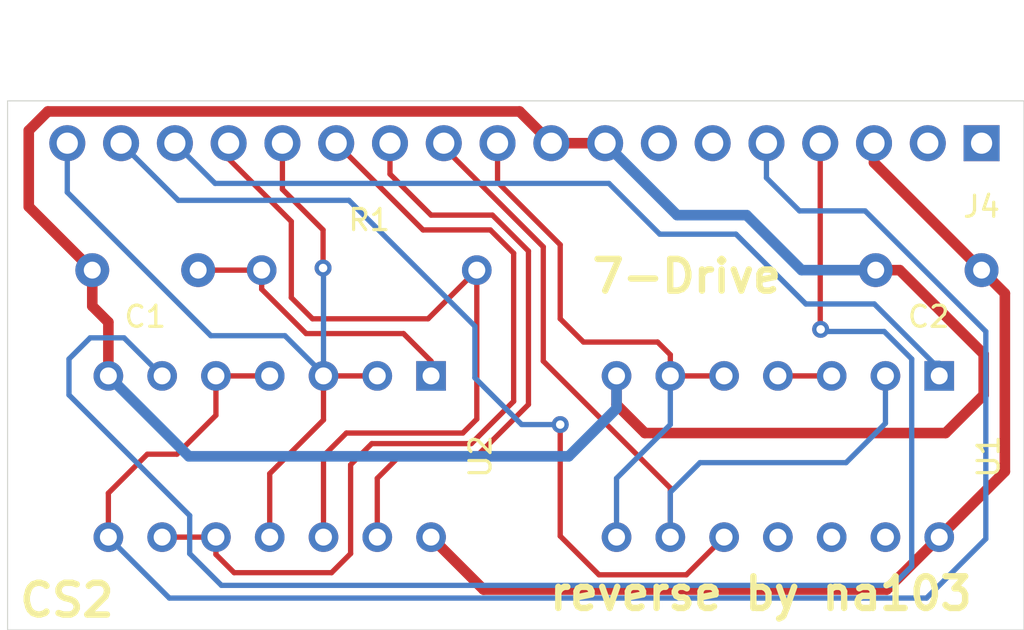
<source format=kicad_pcb>
(kicad_pcb (version 20171130) (host pcbnew "(5.1.12)-1")

  (general
    (thickness 1.6)
    (drawings 7)
    (tracks 158)
    (zones 0)
    (modules 6)
    (nets 19)
  )

  (page A4)
  (layers
    (0 F.Cu signal)
    (31 B.Cu signal)
    (32 B.Adhes user)
    (33 F.Adhes user)
    (34 B.Paste user)
    (35 F.Paste user)
    (36 B.SilkS user)
    (37 F.SilkS user)
    (38 B.Mask user)
    (39 F.Mask user)
    (40 Dwgs.User user)
    (41 Cmts.User user)
    (42 Eco1.User user)
    (43 Eco2.User user)
    (44 Edge.Cuts user)
    (45 Margin user)
    (46 B.CrtYd user)
    (47 F.CrtYd user)
    (48 B.Fab user)
    (49 F.Fab user)
  )

  (setup
    (last_trace_width 0.25)
    (user_trace_width 0.5)
    (trace_clearance 0.2)
    (zone_clearance 0.508)
    (zone_45_only no)
    (trace_min 0.2)
    (via_size 0.8)
    (via_drill 0.4)
    (via_min_size 0.4)
    (via_min_drill 0.3)
    (user_via 1.6 0.8)
    (uvia_size 0.3)
    (uvia_drill 0.1)
    (uvias_allowed no)
    (uvia_min_size 0.2)
    (uvia_min_drill 0.1)
    (edge_width 0.05)
    (segment_width 0.2)
    (pcb_text_width 0.3)
    (pcb_text_size 1.5 1.5)
    (mod_edge_width 0.12)
    (mod_text_size 1 1)
    (mod_text_width 0.15)
    (pad_size 1.524 1.524)
    (pad_drill 0.762)
    (pad_to_mask_clearance 0)
    (aux_axis_origin 0 0)
    (visible_elements 7FFFFFFF)
    (pcbplotparams
      (layerselection 0x010fc_ffffffff)
      (usegerberextensions false)
      (usegerberattributes true)
      (usegerberadvancedattributes true)
      (creategerberjobfile true)
      (excludeedgelayer true)
      (linewidth 0.100000)
      (plotframeref false)
      (viasonmask false)
      (mode 1)
      (useauxorigin false)
      (hpglpennumber 1)
      (hpglpenspeed 20)
      (hpglpendiameter 15.000000)
      (psnegative false)
      (psa4output false)
      (plotreference true)
      (plotvalue true)
      (plotinvisibletext false)
      (padsonsilk false)
      (subtractmaskfromsilk false)
      (outputformat 1)
      (mirror false)
      (drillshape 0)
      (scaleselection 1)
      (outputdirectory "gerber/"))
  )

  (net 0 "")
  (net 1 "Net-(C1-Pad1)")
  (net 2 GND)
  (net 3 5V)
  (net 4 "Net-(U1-Pad3)")
  (net 5 "Net-(J4-Pad1)")
  (net 6 "Net-(J4-Pad2)")
  (net 7 "Net-(J4-Pad4)")
  (net 8 "Net-(J4-Pad5)")
  (net 9 "Net-(J4-Pad6)")
  (net 10 "Net-(J4-Pad7)")
  (net 11 "Net-(J4-Pad10)")
  (net 12 "Net-(J4-Pad11)")
  (net 13 "Net-(J4-Pad12)")
  (net 14 "Net-(J4-Pad13)")
  (net 15 "Net-(J4-Pad14)")
  (net 16 "Net-(J4-Pad15)")
  (net 17 "Net-(J4-Pad16)")
  (net 18 "Net-(J4-Pad17)")

  (net_class Default "This is the default net class."
    (clearance 0.2)
    (trace_width 0.25)
    (via_dia 0.8)
    (via_drill 0.4)
    (uvia_dia 0.3)
    (uvia_drill 0.1)
    (add_net 5V)
    (add_net GND)
    (add_net "Net-(C1-Pad1)")
    (add_net "Net-(J4-Pad1)")
    (add_net "Net-(J4-Pad10)")
    (add_net "Net-(J4-Pad11)")
    (add_net "Net-(J4-Pad12)")
    (add_net "Net-(J4-Pad13)")
    (add_net "Net-(J4-Pad14)")
    (add_net "Net-(J4-Pad15)")
    (add_net "Net-(J4-Pad16)")
    (add_net "Net-(J4-Pad17)")
    (add_net "Net-(J4-Pad2)")
    (add_net "Net-(J4-Pad4)")
    (add_net "Net-(J4-Pad5)")
    (add_net "Net-(J4-Pad6)")
    (add_net "Net-(J4-Pad7)")
    (add_net "Net-(U1-Pad3)")
  )

  (module Package_DIP:DIP-14_W7.62mm (layer F.Cu) (tedit 648B1594) (tstamp 64821B5D)
    (at 169.92 108.21 270)
    (descr "14-lead though-hole mounted DIP package, row spacing 7.62 mm (300 mils)")
    (tags "THT DIP DIL PDIP 2.54mm 7.62mm 300mil")
    (path /6481F09D)
    (fp_text reference U1 (at 3.81 -2.33 270) (layer F.SilkS)
      (effects (font (size 1 1) (thickness 0.15)))
    )
    (fp_text value 74LS02 (at 3.81 17.57 270) (layer F.Fab)
      (effects (font (size 1 1) (thickness 0.15)))
    )
    (fp_line (start 1.635 -1.27) (end 6.985 -1.27) (layer F.Fab) (width 0.1))
    (fp_line (start 6.985 -1.27) (end 6.985 16.51) (layer F.Fab) (width 0.1))
    (fp_line (start 6.985 16.51) (end 0.635 16.51) (layer F.Fab) (width 0.1))
    (fp_line (start 0.635 16.51) (end 0.635 -0.27) (layer F.Fab) (width 0.1))
    (fp_line (start 0.635 -0.27) (end 1.635 -1.27) (layer F.Fab) (width 0.1))
    (fp_line (start -1.1 -1.55) (end -1.1 16.8) (layer F.CrtYd) (width 0.05))
    (fp_line (start -1.1 16.8) (end 8.7 16.8) (layer F.CrtYd) (width 0.05))
    (fp_line (start 8.7 16.8) (end 8.7 -1.55) (layer F.CrtYd) (width 0.05))
    (fp_line (start 8.7 -1.55) (end -1.1 -1.55) (layer F.CrtYd) (width 0.05))
    (fp_text user %R (at 3.81 7.62 270) (layer F.Fab)
      (effects (font (size 1 1) (thickness 0.15)))
    )
    (pad 1 thru_hole rect (at 0 0 270) (size 1.4 1.4) (drill 0.8) (layers *.Cu *.Mask)
      (net 17 "Net-(J4-Pad16)"))
    (pad 8 thru_hole oval (at 7.62 15.24 270) (size 1.4 1.4) (drill 0.8) (layers *.Cu *.Mask)
      (net 11 "Net-(J4-Pad10)"))
    (pad 2 thru_hole oval (at 0 2.54 270) (size 1.4 1.4) (drill 0.8) (layers *.Cu *.Mask)
      (net 12 "Net-(J4-Pad11)"))
    (pad 9 thru_hole oval (at 7.62 12.7 270) (size 1.4 1.4) (drill 0.8) (layers *.Cu *.Mask)
      (net 12 "Net-(J4-Pad11)"))
    (pad 3 thru_hole oval (at 0 5.08 270) (size 1.4 1.4) (drill 0.8) (layers *.Cu *.Mask)
      (net 4 "Net-(U1-Pad3)"))
    (pad 10 thru_hole oval (at 7.62 10.16 270) (size 1.4 1.4) (drill 0.8) (layers *.Cu *.Mask)
      (net 18 "Net-(J4-Pad17)"))
    (pad 4 thru_hole oval (at 0 7.62 270) (size 1.4 1.4) (drill 0.8) (layers *.Cu *.Mask)
      (net 4 "Net-(U1-Pad3)"))
    (pad 11 thru_hole oval (at 7.62 7.62 270) (size 1.4 1.4) (drill 0.8) (layers *.Cu *.Mask))
    (pad 5 thru_hole oval (at 0 10.16 270) (size 1.4 1.4) (drill 0.8) (layers *.Cu *.Mask)
      (net 11 "Net-(J4-Pad10)"))
    (pad 12 thru_hole oval (at 7.62 5.08 270) (size 1.4 1.4) (drill 0.8) (layers *.Cu *.Mask))
    (pad 6 thru_hole oval (at 0 12.7 270) (size 1.4 1.4) (drill 0.8) (layers *.Cu *.Mask)
      (net 11 "Net-(J4-Pad10)"))
    (pad 13 thru_hole oval (at 7.62 2.54 270) (size 1.4 1.4) (drill 0.8) (layers *.Cu *.Mask))
    (pad 7 thru_hole oval (at 0 15.24 270) (size 1.4 1.4) (drill 0.8) (layers *.Cu *.Mask)
      (net 2 GND))
    (pad 14 thru_hole oval (at 7.62 0 270) (size 1.4 1.4) (drill 0.8) (layers *.Cu *.Mask)
      (net 3 5V))
    (model ${KISYS3DMOD}/Package_DIP.3dshapes/DIP-14_W7.62mm.wrl
      (at (xyz 0 0 0))
      (scale (xyz 1 1 1))
      (rotate (xyz 0 0 0))
    )
  )

  (module Package_DIP:DIP-14_W7.62mm (layer F.Cu) (tedit 648B157B) (tstamp 64821B7F)
    (at 145.92 108.21 270)
    (descr "14-lead though-hole mounted DIP package, row spacing 7.62 mm (300 mils)")
    (tags "THT DIP DIL PDIP 2.54mm 7.62mm 300mil")
    (path /6482672D)
    (fp_text reference U2 (at 3.81 -2.33 270) (layer F.SilkS)
      (effects (font (size 1 1) (thickness 0.15)))
    )
    (fp_text value 74LS27 (at 3.81 17.57 270) (layer F.Fab)
      (effects (font (size 1 1) (thickness 0.15)))
    )
    (fp_line (start 8.7 -1.55) (end -1.1 -1.55) (layer F.CrtYd) (width 0.05))
    (fp_line (start 8.7 16.8) (end 8.7 -1.55) (layer F.CrtYd) (width 0.05))
    (fp_line (start -1.1 16.8) (end 8.7 16.8) (layer F.CrtYd) (width 0.05))
    (fp_line (start -1.1 -1.55) (end -1.1 16.8) (layer F.CrtYd) (width 0.05))
    (fp_line (start 0.635 -0.27) (end 1.635 -1.27) (layer F.Fab) (width 0.1))
    (fp_line (start 0.635 16.51) (end 0.635 -0.27) (layer F.Fab) (width 0.1))
    (fp_line (start 6.985 16.51) (end 0.635 16.51) (layer F.Fab) (width 0.1))
    (fp_line (start 6.985 -1.27) (end 6.985 16.51) (layer F.Fab) (width 0.1))
    (fp_line (start 1.635 -1.27) (end 6.985 -1.27) (layer F.Fab) (width 0.1))
    (fp_text user %R (at 3.81 7.62 270) (layer F.Fab)
      (effects (font (size 1 1) (thickness 0.15)))
    )
    (pad 14 thru_hole oval (at 7.62 0 270) (size 1.4 1.4) (drill 0.8) (layers *.Cu *.Mask)
      (net 3 5V))
    (pad 7 thru_hole oval (at 0 15.24 270) (size 1.4 1.4) (drill 0.8) (layers *.Cu *.Mask)
      (net 2 GND))
    (pad 13 thru_hole oval (at 7.62 2.54 270) (size 1.4 1.4) (drill 0.8) (layers *.Cu *.Mask)
      (net 13 "Net-(J4-Pad12)"))
    (pad 6 thru_hole oval (at 0 12.7 270) (size 1.4 1.4) (drill 0.8) (layers *.Cu *.Mask)
      (net 7 "Net-(J4-Pad4)"))
    (pad 12 thru_hole oval (at 7.62 5.08 270) (size 1.4 1.4) (drill 0.8) (layers *.Cu *.Mask)
      (net 16 "Net-(J4-Pad15)"))
    (pad 5 thru_hole oval (at 0 10.16 270) (size 1.4 1.4) (drill 0.8) (layers *.Cu *.Mask)
      (net 8 "Net-(J4-Pad5)"))
    (pad 11 thru_hole oval (at 7.62 7.62 270) (size 1.4 1.4) (drill 0.8) (layers *.Cu *.Mask)
      (net 15 "Net-(J4-Pad14)"))
    (pad 4 thru_hole oval (at 0 7.62 270) (size 1.4 1.4) (drill 0.8) (layers *.Cu *.Mask)
      (net 8 "Net-(J4-Pad5)"))
    (pad 10 thru_hole oval (at 7.62 10.16 270) (size 1.4 1.4) (drill 0.8) (layers *.Cu *.Mask)
      (net 14 "Net-(J4-Pad13)"))
    (pad 3 thru_hole oval (at 0 5.08 270) (size 1.4 1.4) (drill 0.8) (layers *.Cu *.Mask)
      (net 15 "Net-(J4-Pad14)"))
    (pad 9 thru_hole oval (at 7.62 12.7 270) (size 1.4 1.4) (drill 0.8) (layers *.Cu *.Mask)
      (net 14 "Net-(J4-Pad13)"))
    (pad 2 thru_hole oval (at 0 2.54 270) (size 1.4 1.4) (drill 0.8) (layers *.Cu *.Mask)
      (net 15 "Net-(J4-Pad14)"))
    (pad 8 thru_hole oval (at 7.62 15.24 270) (size 1.4 1.4) (drill 0.8) (layers *.Cu *.Mask)
      (net 8 "Net-(J4-Pad5)"))
    (pad 1 thru_hole rect (at 0 0 270) (size 1.4 1.4) (drill 0.8) (layers *.Cu *.Mask)
      (net 1 "Net-(C1-Pad1)"))
    (model ${KISYS3DMOD}/Package_DIP.3dshapes/DIP-14_W7.62mm.wrl
      (at (xyz 0 0 0))
      (scale (xyz 1 1 1))
      (rotate (xyz 0 0 0))
    )
  )

  (module Capacitor_THT:C_Disc_D4.3mm_W1.9mm_P5.00mm (layer F.Cu) (tedit 648B1537) (tstamp 64821AFE)
    (at 171.92 103.21 180)
    (descr "C, Disc series, Radial, pin pitch=5.00mm, , diameter*width=4.3*1.9mm^2, Capacitor, http://www.vishay.com/docs/45233/krseries.pdf")
    (tags "C Disc series Radial pin pitch 5.00mm  diameter 4.3mm width 1.9mm Capacitor")
    (path /6482E3FA)
    (fp_text reference C2 (at 2.5 -2.2 180) (layer F.SilkS)
      (effects (font (size 1 1) (thickness 0.15)))
    )
    (fp_text value 100nF (at 2.5 2.2 180) (layer F.Fab)
      (effects (font (size 1 1) (thickness 0.15)))
    )
    (fp_text user %R (at 2.5 0 180) (layer F.Fab)
      (effects (font (size 0.86 0.86) (thickness 0.129)))
    )
    (pad 2 thru_hole circle (at 5 0 180) (size 1.6 1.6) (drill 0.8) (layers *.Cu *.Mask)
      (net 2 GND))
    (pad 1 thru_hole circle (at 0 0 180) (size 1.6 1.6) (drill 0.8) (layers *.Cu *.Mask)
      (net 3 5V))
    (model ${KISYS3DMOD}/Capacitor_THT.3dshapes/C_Disc_D4.3mm_W1.9mm_P5.00mm.wrl
      (at (xyz 0 0 0))
      (scale (xyz 1 1 1))
      (rotate (xyz 0 0 0))
    )
  )

  (module Resistor_THT:R_Axial_DIN0207_L6.3mm_D2.5mm_P10.16mm_Horizontal (layer F.Cu) (tedit 648B1500) (tstamp 64821FD5)
    (at 137.92 103.21)
    (descr "Resistor, Axial_DIN0207 series, Axial, Horizontal, pin pitch=10.16mm, 0.25W = 1/4W, length*diameter=6.3*2.5mm^2, http://cdn-reichelt.de/documents/datenblatt/B400/1_4W%23YAG.pdf")
    (tags "Resistor Axial_DIN0207 series Axial Horizontal pin pitch 10.16mm 0.25W = 1/4W length 6.3mm diameter 2.5mm")
    (path /6482F20D)
    (fp_text reference R1 (at 5.08 -2.37) (layer F.SilkS)
      (effects (font (size 1 1) (thickness 0.15)))
    )
    (fp_text value 3.9K (at 5.08 2.37) (layer F.Fab)
      (effects (font (size 1 1) (thickness 0.15)))
    )
    (fp_line (start 1.93 -1.25) (end 1.93 1.25) (layer F.Fab) (width 0.1))
    (fp_line (start 1.93 1.25) (end 8.23 1.25) (layer F.Fab) (width 0.1))
    (fp_line (start 8.23 1.25) (end 8.23 -1.25) (layer F.Fab) (width 0.1))
    (fp_line (start 8.23 -1.25) (end 1.93 -1.25) (layer F.Fab) (width 0.1))
    (fp_line (start 0 0) (end 1.93 0) (layer F.Fab) (width 0.1))
    (fp_line (start 10.16 0) (end 8.23 0) (layer F.Fab) (width 0.1))
    (fp_text user %R (at 5.08 0) (layer F.Fab)
      (effects (font (size 1 1) (thickness 0.15)))
    )
    (pad 1 thru_hole circle (at 0 0) (size 1.4 1.4) (drill 0.8) (layers *.Cu *.Mask)
      (net 1 "Net-(C1-Pad1)"))
    (pad 2 thru_hole oval (at 10.16 0) (size 1.4 1.4) (drill 0.8) (layers *.Cu *.Mask)
      (net 16 "Net-(J4-Pad15)"))
    (model ${KISYS3DMOD}/Resistor_THT.3dshapes/R_Axial_DIN0207_L6.3mm_D2.5mm_P10.16mm_Horizontal.wrl
      (at (xyz 0 0 0))
      (scale (xyz 1 1 1))
      (rotate (xyz 0 0 0))
    )
  )

  (module Capacitor_THT:C_Disc_D4.3mm_W1.9mm_P5.00mm (layer F.Cu) (tedit 648B14DB) (tstamp 64821AE9)
    (at 134.92 103.21 180)
    (descr "C, Disc series, Radial, pin pitch=5.00mm, , diameter*width=4.3*1.9mm^2, Capacitor, http://www.vishay.com/docs/45233/krseries.pdf")
    (tags "C Disc series Radial pin pitch 5.00mm  diameter 4.3mm width 1.9mm Capacitor")
    (path /6482D48C)
    (fp_text reference C1 (at 2.5 -2.2 180) (layer F.SilkS)
      (effects (font (size 1 1) (thickness 0.15)))
    )
    (fp_text value 4.7nF (at 2.5 2.2 180) (layer F.Fab)
      (effects (font (size 1 1) (thickness 0.15)))
    )
    (fp_text user %R (at 2.5 0 180) (layer F.Fab)
      (effects (font (size 0.86 0.86) (thickness 0.129)))
    )
    (pad 1 thru_hole circle (at 0 0 180) (size 1.6 1.6) (drill 0.8) (layers *.Cu *.Mask)
      (net 1 "Net-(C1-Pad1)"))
    (pad 2 thru_hole circle (at 5 0 180) (size 1.6 1.6) (drill 0.8) (layers *.Cu *.Mask)
      (net 2 GND))
    (model ${KISYS3DMOD}/Capacitor_THT.3dshapes/C_Disc_D4.3mm_W1.9mm_P5.00mm.wrl
      (at (xyz 0 0 0))
      (scale (xyz 1 1 1))
      (rotate (xyz 0 0 0))
    )
  )

  (module Connector_PinHeader_2.54mm:PinHeader_1x18_P2.54mm_Vertical (layer F.Cu) (tedit 648B1465) (tstamp 64821B24)
    (at 171.92 97.21 270)
    (descr "Through hole straight pin header, 1x18, 2.54mm pitch, single row")
    (tags "Through hole pin header THT 1x18 2.54mm single row")
    (path /64832777)
    (fp_text reference J4 (at 3 0 180) (layer F.SilkS)
      (effects (font (size 1 1) (thickness 0.15)))
    )
    (fp_text value Conn_01x18_Male (at 0 45.51 270) (layer F.Fab)
      (effects (font (size 1 1) (thickness 0.15)))
    )
    (fp_text user %R (at 0 21.59) (layer F.Fab)
      (effects (font (size 1 1) (thickness 0.15)))
    )
    (pad 1 thru_hole rect (at 0 0 270) (size 1.7 1.7) (drill 1) (layers *.Cu *.Mask)
      (net 5 "Net-(J4-Pad1)"))
    (pad 2 thru_hole oval (at 0 2.54 270) (size 1.7 1.7) (drill 1) (layers *.Cu *.Mask)
      (net 6 "Net-(J4-Pad2)"))
    (pad 3 thru_hole oval (at 0 5.08 270) (size 1.7 1.7) (drill 1) (layers *.Cu *.Mask)
      (net 3 5V))
    (pad 4 thru_hole oval (at 0 7.62 270) (size 1.7 1.7) (drill 1) (layers *.Cu *.Mask)
      (net 7 "Net-(J4-Pad4)"))
    (pad 5 thru_hole oval (at 0 10.16 270) (size 1.7 1.7) (drill 1) (layers *.Cu *.Mask)
      (net 8 "Net-(J4-Pad5)"))
    (pad 6 thru_hole oval (at 0 12.7 270) (size 1.7 1.7) (drill 1) (layers *.Cu *.Mask)
      (net 9 "Net-(J4-Pad6)"))
    (pad 7 thru_hole oval (at 0 15.24 270) (size 1.7 1.7) (drill 1) (layers *.Cu *.Mask)
      (net 10 "Net-(J4-Pad7)"))
    (pad 8 thru_hole oval (at 0 17.78 270) (size 1.7 1.7) (drill 1) (layers *.Cu *.Mask)
      (net 2 GND))
    (pad 9 thru_hole oval (at 0 20.32 270) (size 1.7 1.7) (drill 1) (layers *.Cu *.Mask)
      (net 2 GND))
    (pad 10 thru_hole oval (at 0 22.86 270) (size 1.7 1.7) (drill 1) (layers *.Cu *.Mask)
      (net 11 "Net-(J4-Pad10)"))
    (pad 11 thru_hole oval (at 0 25.4 270) (size 1.7 1.7) (drill 1) (layers *.Cu *.Mask)
      (net 12 "Net-(J4-Pad11)"))
    (pad 12 thru_hole oval (at 0 27.94 270) (size 1.7 1.7) (drill 1) (layers *.Cu *.Mask)
      (net 13 "Net-(J4-Pad12)"))
    (pad 13 thru_hole oval (at 0 30.48 270) (size 1.7 1.7) (drill 1) (layers *.Cu *.Mask)
      (net 14 "Net-(J4-Pad13)"))
    (pad 14 thru_hole oval (at 0 33.02 270) (size 1.7 1.7) (drill 1) (layers *.Cu *.Mask)
      (net 15 "Net-(J4-Pad14)"))
    (pad 15 thru_hole oval (at 0 35.56 270) (size 1.7 1.7) (drill 1) (layers *.Cu *.Mask)
      (net 16 "Net-(J4-Pad15)"))
    (pad 16 thru_hole oval (at 0 38.1 270) (size 1.7 1.7) (drill 1) (layers *.Cu *.Mask)
      (net 17 "Net-(J4-Pad16)"))
    (pad 17 thru_hole oval (at 0 40.64 270) (size 1.7 1.7) (drill 1) (layers *.Cu *.Mask)
      (net 18 "Net-(J4-Pad17)"))
    (pad 18 thru_hole oval (at 0 43.18 270) (size 1.7 1.7) (drill 1) (layers *.Cu *.Mask)
      (net 15 "Net-(J4-Pad14)"))
    (model ${KISYS3DMOD}/Connector_PinHeader_2.54mm.3dshapes/PinHeader_1x18_P2.54mm_Vertical.wrl
      (at (xyz 0 0 0))
      (scale (xyz 1 1 1))
      (rotate (xyz 0 0 0))
    )
  )

  (gr_text 7-Drive (at 158 103.5) (layer F.SilkS)
    (effects (font (size 1.5 1.5) (thickness 0.3)))
  )
  (gr_text "reverse by na103" (at 161.5 118.5) (layer F.SilkS)
    (effects (font (size 1.5 1.5) (thickness 0.3)))
  )
  (gr_text CS2 (at 128.72 118.81) (layer F.SilkS)
    (effects (font (size 1.5 1.5) (thickness 0.3)))
  )
  (gr_line (start 173.92 95.21) (end 125.92 95.21) (layer Edge.Cuts) (width 0.05))
  (gr_line (start 173.92 120.21) (end 173.92 95.21) (layer Edge.Cuts) (width 0.05))
  (gr_line (start 125.92 120.21) (end 173.92 120.21) (layer Edge.Cuts) (width 0.05))
  (gr_line (start 125.92 95.21) (end 125.92 120.21) (layer Edge.Cuts) (width 0.05))

  (segment (start 137.92 103.21) (end 134.92 103.21) (width 0.25) (layer F.Cu) (net 1))
  (segment (start 137.92 104.11) (end 137.92 103.21) (width 0.25) (layer F.Cu) (net 1))
  (segment (start 140.02 106.21) (end 137.92 104.11) (width 0.25) (layer F.Cu) (net 1))
  (segment (start 144.62 106.21) (end 140.02 106.21) (width 0.25) (layer F.Cu) (net 1))
  (segment (start 145.92 107.51) (end 144.62 106.21) (width 0.25) (layer F.Cu) (net 1))
  (segment (start 145.92 108.21) (end 145.92 107.51) (width 0.25) (layer F.Cu) (net 1))
  (segment (start 151.6 97.21) (end 154.14 97.21) (width 0.5) (layer F.Cu) (net 2))
  (segment (start 129.92 103.21) (end 129.92 104.91) (width 0.5) (layer F.Cu) (net 2))
  (segment (start 130.68 105.67) (end 130.68 108.21) (width 0.5) (layer F.Cu) (net 2))
  (segment (start 129.92 104.91) (end 130.68 105.67) (width 0.5) (layer F.Cu) (net 2))
  (segment (start 154.14 97.21) (end 157.54 100.61) (width 0.5) (layer B.Cu) (net 2))
  (segment (start 157.54 100.61) (end 160.82 100.61) (width 0.5) (layer B.Cu) (net 2))
  (segment (start 163.42 103.21) (end 166.92 103.21) (width 0.5) (layer B.Cu) (net 2))
  (segment (start 160.82 100.61) (end 163.42 103.21) (width 0.5) (layer B.Cu) (net 2))
  (segment (start 168.05137 103.21) (end 172.02 107.17863) (width 0.5) (layer F.Cu) (net 2))
  (segment (start 166.92 103.21) (end 168.05137 103.21) (width 0.5) (layer F.Cu) (net 2))
  (segment (start 172.02 107.17863) (end 172.02 109.11) (width 0.5) (layer F.Cu) (net 2))
  (segment (start 172.02 109.11) (end 170.22 110.91) (width 0.5) (layer F.Cu) (net 2))
  (segment (start 170.22 110.91) (end 156.02 110.91) (width 0.5) (layer F.Cu) (net 2))
  (segment (start 154.68 109.57) (end 154.68 108.21) (width 0.5) (layer F.Cu) (net 2))
  (segment (start 156.02 110.91) (end 154.68 109.57) (width 0.5) (layer F.Cu) (net 2))
  (segment (start 154.68 109.75) (end 154.68 108.21) (width 0.5) (layer B.Cu) (net 2))
  (segment (start 152.42 112.01) (end 154.68 109.75) (width 0.5) (layer B.Cu) (net 2))
  (segment (start 134.48 112.01) (end 152.42 112.01) (width 0.5) (layer B.Cu) (net 2))
  (segment (start 130.68 108.21) (end 134.48 112.01) (width 0.5) (layer B.Cu) (net 2))
  (segment (start 126.92 100.21) (end 129.92 103.21) (width 0.5) (layer F.Cu) (net 2))
  (segment (start 126.92 96.61) (end 126.92 100.21) (width 0.5) (layer F.Cu) (net 2))
  (segment (start 127.82 95.71) (end 126.92 96.61) (width 0.5) (layer F.Cu) (net 2))
  (segment (start 150.1 95.71) (end 127.82 95.71) (width 0.5) (layer F.Cu) (net 2))
  (segment (start 151.6 97.21) (end 150.1 95.71) (width 0.5) (layer F.Cu) (net 2))
  (segment (start 169.92 115.83) (end 167.44 118.31) (width 0.5) (layer F.Cu) (net 3))
  (segment (start 148.4 118.31) (end 145.92 115.83) (width 0.5) (layer F.Cu) (net 3))
  (segment (start 167.44 118.31) (end 148.4 118.31) (width 0.5) (layer F.Cu) (net 3))
  (segment (start 173.02 112.73) (end 169.92 115.83) (width 0.5) (layer F.Cu) (net 3))
  (segment (start 173.02 104.31) (end 173.02 112.73) (width 0.5) (layer F.Cu) (net 3))
  (segment (start 171.92 103.21) (end 173.02 104.31) (width 0.5) (layer F.Cu) (net 3))
  (segment (start 166.84 98.13) (end 171.92 103.21) (width 0.5) (layer F.Cu) (net 3))
  (segment (start 166.84 97.21) (end 166.84 98.13) (width 0.5) (layer F.Cu) (net 3))
  (segment (start 164.84 108.21) (end 162.3 108.21) (width 0.25) (layer F.Cu) (net 4))
  (via (at 164.32 106.01) (size 0.8) (drill 0.4) (layers F.Cu B.Cu) (net 7))
  (segment (start 164.3 105.99) (end 164.32 106.01) (width 0.25) (layer F.Cu) (net 7))
  (segment (start 164.3 97.21) (end 164.3 105.99) (width 0.25) (layer F.Cu) (net 7))
  (segment (start 164.42 106.11) (end 164.32 106.01) (width 0.25) (layer B.Cu) (net 7))
  (segment (start 167.32 106.11) (end 164.42 106.11) (width 0.25) (layer B.Cu) (net 7))
  (segment (start 168.62 107.41) (end 167.32 106.11) (width 0.25) (layer B.Cu) (net 7))
  (segment (start 134.52 116.61) (end 136.02 118.11) (width 0.25) (layer B.Cu) (net 7))
  (segment (start 167.72 118.11) (end 168.62 117.21) (width 0.25) (layer B.Cu) (net 7))
  (segment (start 134.52 114.81) (end 134.52 116.61) (width 0.25) (layer B.Cu) (net 7))
  (segment (start 128.82 109.11) (end 134.52 114.81) (width 0.25) (layer B.Cu) (net 7))
  (segment (start 136.02 118.11) (end 167.72 118.11) (width 0.25) (layer B.Cu) (net 7))
  (segment (start 128.82 107.41) (end 128.82 109.11) (width 0.25) (layer B.Cu) (net 7))
  (segment (start 129.82 106.41) (end 128.82 107.41) (width 0.25) (layer B.Cu) (net 7))
  (segment (start 131.42 106.41) (end 129.82 106.41) (width 0.25) (layer B.Cu) (net 7))
  (segment (start 168.62 117.21) (end 168.62 107.41) (width 0.25) (layer B.Cu) (net 7))
  (segment (start 133.22 108.21) (end 131.42 106.41) (width 0.25) (layer B.Cu) (net 7))
  (segment (start 130.68 115.83) (end 130.68 113.75) (width 0.25) (layer F.Cu) (net 8))
  (segment (start 130.68 113.75) (end 132.52 111.91) (width 0.25) (layer F.Cu) (net 8))
  (segment (start 132.52 111.91) (end 133.92 111.91) (width 0.25) (layer F.Cu) (net 8))
  (segment (start 135.76 110.07) (end 135.76 108.21) (width 0.25) (layer F.Cu) (net 8))
  (segment (start 133.92 111.91) (end 135.76 110.07) (width 0.25) (layer F.Cu) (net 8))
  (segment (start 135.76 108.21) (end 138.3 108.21) (width 0.25) (layer F.Cu) (net 8))
  (segment (start 161.76 98.85) (end 161.76 97.21) (width 0.25) (layer B.Cu) (net 8))
  (segment (start 163.32 100.41) (end 161.76 98.85) (width 0.25) (layer B.Cu) (net 8))
  (segment (start 166.42 100.41) (end 163.32 100.41) (width 0.25) (layer B.Cu) (net 8))
  (segment (start 172.12 115.91) (end 172.12 106.11) (width 0.25) (layer B.Cu) (net 8))
  (segment (start 169.32 118.71) (end 172.12 115.91) (width 0.25) (layer B.Cu) (net 8))
  (segment (start 133.56 118.71) (end 169.32 118.71) (width 0.25) (layer B.Cu) (net 8))
  (segment (start 172.12 106.11) (end 166.42 100.41) (width 0.25) (layer B.Cu) (net 8))
  (segment (start 130.68 115.83) (end 133.56 118.71) (width 0.25) (layer B.Cu) (net 8))
  (segment (start 157.22 108.21) (end 157.22 110.51) (width 0.25) (layer B.Cu) (net 11))
  (segment (start 154.68 113.05) (end 154.68 115.83) (width 0.25) (layer B.Cu) (net 11))
  (segment (start 157.22 110.51) (end 154.68 113.05) (width 0.25) (layer B.Cu) (net 11))
  (segment (start 159.76 108.21) (end 157.22 108.21) (width 0.25) (layer F.Cu) (net 11))
  (segment (start 149.06 99.05) (end 149.06 97.21) (width 0.25) (layer F.Cu) (net 11))
  (segment (start 152.02 105.51) (end 152.02 102.01) (width 0.25) (layer F.Cu) (net 11))
  (segment (start 153.12 106.61) (end 152.02 105.51) (width 0.25) (layer F.Cu) (net 11))
  (segment (start 152.02 102.01) (end 149.06 99.05) (width 0.25) (layer F.Cu) (net 11))
  (segment (start 156.62 106.61) (end 153.12 106.61) (width 0.25) (layer F.Cu) (net 11))
  (segment (start 157.22 107.21) (end 156.62 106.61) (width 0.25) (layer F.Cu) (net 11))
  (segment (start 157.22 108.21) (end 157.22 107.21) (width 0.25) (layer F.Cu) (net 11))
  (segment (start 157.22 113.71) (end 157.22 115.83) (width 0.25) (layer B.Cu) (net 12))
  (segment (start 158.62 112.31) (end 157.22 113.71) (width 0.25) (layer B.Cu) (net 12))
  (segment (start 165.52 112.31) (end 158.62 112.31) (width 0.25) (layer B.Cu) (net 12))
  (segment (start 167.38 110.45) (end 165.52 112.31) (width 0.25) (layer B.Cu) (net 12))
  (segment (start 167.38 108.21) (end 167.38 110.45) (width 0.25) (layer B.Cu) (net 12))
  (segment (start 151.22 102.11) (end 146.52 97.41) (width 0.25) (layer F.Cu) (net 12))
  (segment (start 151.22 107.51) (end 151.22 102.11) (width 0.25) (layer F.Cu) (net 12))
  (segment (start 146.52 97.41) (end 146.52 97.21) (width 0.25) (layer F.Cu) (net 12))
  (segment (start 157.22 113.51) (end 151.22 107.51) (width 0.25) (layer F.Cu) (net 12))
  (segment (start 157.22 115.83) (end 157.22 113.51) (width 0.25) (layer F.Cu) (net 12))
  (segment (start 145.92 100.61) (end 143.98 98.67) (width 0.25) (layer F.Cu) (net 13))
  (segment (start 148.82 100.61) (end 145.92 100.61) (width 0.25) (layer F.Cu) (net 13))
  (segment (start 150.52 102.31) (end 148.82 100.61) (width 0.25) (layer F.Cu) (net 13))
  (segment (start 150.52 109.56) (end 150.52 102.31) (width 0.25) (layer F.Cu) (net 13))
  (segment (start 147.97 112.11) (end 150.52 109.56) (width 0.25) (layer F.Cu) (net 13))
  (segment (start 144.32 112.11) (end 147.97 112.11) (width 0.25) (layer F.Cu) (net 13))
  (segment (start 143.38 113.05) (end 144.32 112.11) (width 0.25) (layer F.Cu) (net 13))
  (segment (start 143.98 98.67) (end 143.98 97.21) (width 0.25) (layer F.Cu) (net 13))
  (segment (start 143.38 115.83) (end 143.38 113.05) (width 0.25) (layer F.Cu) (net 13))
  (segment (start 135.76 115.83) (end 133.22 115.83) (width 0.25) (layer F.Cu) (net 14))
  (segment (start 135.76 116.65) (end 135.76 115.83) (width 0.25) (layer F.Cu) (net 14))
  (segment (start 136.62 117.51) (end 135.76 116.65) (width 0.25) (layer F.Cu) (net 14))
  (segment (start 141.22 117.51) (end 136.62 117.51) (width 0.25) (layer F.Cu) (net 14))
  (segment (start 142.12 116.61) (end 141.22 117.51) (width 0.25) (layer F.Cu) (net 14))
  (segment (start 142.12 112.41) (end 142.12 116.61) (width 0.25) (layer F.Cu) (net 14))
  (segment (start 143.12 111.41) (end 142.12 112.41) (width 0.25) (layer F.Cu) (net 14))
  (segment (start 147.82 111.41) (end 143.12 111.41) (width 0.25) (layer F.Cu) (net 14))
  (segment (start 149.82 109.41) (end 147.82 111.41) (width 0.25) (layer F.Cu) (net 14))
  (segment (start 149.82 102.41) (end 149.82 109.41) (width 0.25) (layer F.Cu) (net 14))
  (segment (start 148.72 101.31) (end 149.82 102.41) (width 0.25) (layer F.Cu) (net 14))
  (segment (start 145.54 101.31) (end 148.72 101.31) (width 0.25) (layer F.Cu) (net 14))
  (segment (start 141.44 97.21) (end 145.54 101.31) (width 0.25) (layer F.Cu) (net 14))
  (via (at 140.82 103.11) (size 0.8) (drill 0.4) (layers F.Cu B.Cu) (net 15))
  (segment (start 140.84 103.13) (end 140.82 103.11) (width 0.25) (layer B.Cu) (net 15))
  (segment (start 140.84 108.21) (end 140.84 103.13) (width 0.25) (layer B.Cu) (net 15))
  (segment (start 138.3 115.83) (end 138.3 112.83) (width 0.25) (layer F.Cu) (net 15))
  (segment (start 140.84 110.29) (end 140.84 108.21) (width 0.25) (layer F.Cu) (net 15))
  (segment (start 138.3 112.83) (end 140.84 110.29) (width 0.25) (layer F.Cu) (net 15))
  (segment (start 140.84 108.21) (end 143.38 108.21) (width 0.25) (layer F.Cu) (net 15))
  (segment (start 138.9 99.39) (end 138.9 97.21) (width 0.25) (layer F.Cu) (net 15))
  (segment (start 140.82 101.31) (end 138.9 99.39) (width 0.25) (layer F.Cu) (net 15))
  (segment (start 140.82 103.11) (end 140.82 101.31) (width 0.25) (layer F.Cu) (net 15))
  (segment (start 140.84 108.13) (end 140.84 108.21) (width 0.25) (layer B.Cu) (net 15))
  (segment (start 135.52 106.31) (end 139.02 106.31) (width 0.25) (layer B.Cu) (net 15))
  (segment (start 128.74 99.53) (end 135.52 106.31) (width 0.25) (layer B.Cu) (net 15))
  (segment (start 139.02 106.31) (end 140.84 108.13) (width 0.25) (layer B.Cu) (net 15))
  (segment (start 128.74 97.21) (end 128.74 99.53) (width 0.25) (layer B.Cu) (net 15))
  (segment (start 140.84 111.99) (end 140.84 115.83) (width 0.25) (layer F.Cu) (net 16))
  (segment (start 148.08 110.25) (end 147.42 110.91) (width 0.25) (layer F.Cu) (net 16))
  (segment (start 141.92 110.91) (end 140.84 111.99) (width 0.25) (layer F.Cu) (net 16))
  (segment (start 147.42 110.91) (end 141.92 110.91) (width 0.25) (layer F.Cu) (net 16))
  (segment (start 148.08 103.21) (end 148.08 110.25) (width 0.25) (layer F.Cu) (net 16))
  (segment (start 136.36 97.95) (end 136.36 97.21) (width 0.25) (layer F.Cu) (net 16))
  (segment (start 139.32 100.91) (end 136.36 97.95) (width 0.25) (layer F.Cu) (net 16))
  (segment (start 139.32 104.51) (end 139.32 100.91) (width 0.25) (layer F.Cu) (net 16))
  (segment (start 140.32 105.51) (end 139.32 104.51) (width 0.25) (layer F.Cu) (net 16))
  (segment (start 145.78 105.51) (end 140.32 105.51) (width 0.25) (layer F.Cu) (net 16))
  (segment (start 148.08 103.21) (end 145.78 105.51) (width 0.25) (layer F.Cu) (net 16))
  (segment (start 135.72 99.11) (end 133.82 97.21) (width 0.25) (layer B.Cu) (net 17))
  (segment (start 154.32 99.11) (end 135.72 99.11) (width 0.25) (layer B.Cu) (net 17))
  (segment (start 156.72 101.51) (end 154.32 99.11) (width 0.25) (layer B.Cu) (net 17))
  (segment (start 160.32 101.51) (end 156.72 101.51) (width 0.25) (layer B.Cu) (net 17))
  (segment (start 166.854998 104.81) (end 163.62 104.81) (width 0.25) (layer B.Cu) (net 17))
  (segment (start 169.654998 107.61) (end 166.854998 104.81) (width 0.25) (layer B.Cu) (net 17))
  (segment (start 169.92 107.61) (end 169.654998 107.61) (width 0.25) (layer B.Cu) (net 17))
  (segment (start 163.62 104.81) (end 160.32 101.51) (width 0.25) (layer B.Cu) (net 17))
  (segment (start 169.92 108.21) (end 169.92 107.61) (width 0.25) (layer B.Cu) (net 17))
  (via (at 152.02 110.51) (size 0.8) (drill 0.4) (layers F.Cu B.Cu) (net 18))
  (segment (start 157.98 117.61) (end 159.76 115.83) (width 0.25) (layer F.Cu) (net 18))
  (segment (start 153.85 117.61) (end 157.98 117.61) (width 0.25) (layer F.Cu) (net 18))
  (segment (start 152.02 115.78) (end 153.85 117.61) (width 0.25) (layer F.Cu) (net 18))
  (segment (start 152.02 110.51) (end 152.02 115.78) (width 0.25) (layer F.Cu) (net 18))
  (segment (start 150.2 110.51) (end 152.02 110.51) (width 0.25) (layer B.Cu) (net 18))
  (segment (start 147.99 108.3) (end 150.2 110.51) (width 0.25) (layer B.Cu) (net 18))
  (segment (start 147.99 105.86) (end 147.99 108.3) (width 0.25) (layer B.Cu) (net 18))
  (segment (start 142.04 99.91) (end 147.99 105.86) (width 0.25) (layer B.Cu) (net 18))
  (segment (start 133.98 99.91) (end 142.04 99.91) (width 0.25) (layer B.Cu) (net 18))
  (segment (start 131.28 97.21) (end 133.98 99.91) (width 0.25) (layer B.Cu) (net 18))

)

</source>
